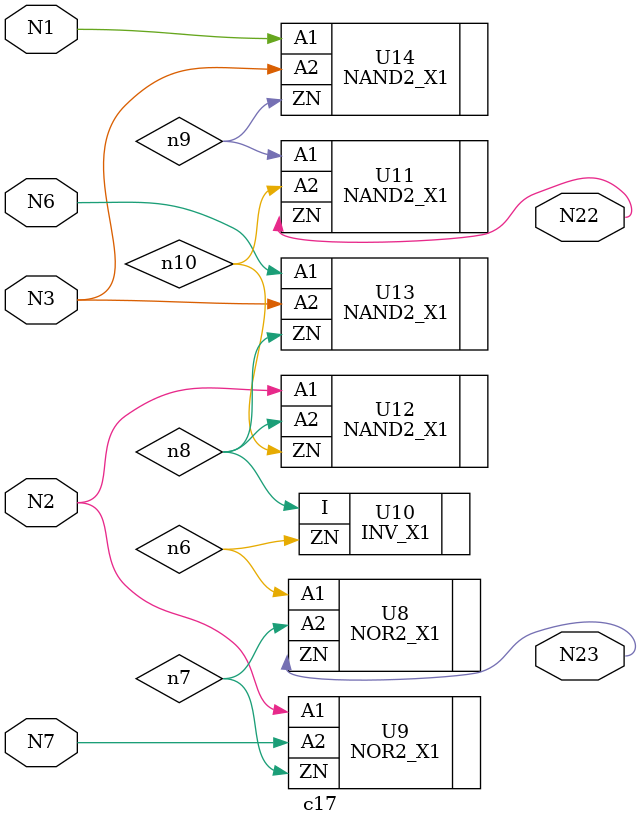
<source format=v>


module c17 ( N1, N2, N3, N6, N7, N22, N23 );
  input N1, N2, N3, N6, N7;
  output N22, N23;
  wire   n6, n7, n8, n9, n10;

  NOR2_X1 U8 ( .A1(n6), .A2(n7), .ZN(N23) );
  NOR2_X1 U9 ( .A1(N2), .A2(N7), .ZN(n7) );
  INV_X1 U10 ( .I(n8), .ZN(n6) );
  NAND2_X1 U11 ( .A1(n9), .A2(n10), .ZN(N22) );
  NAND2_X1 U12 ( .A1(N2), .A2(n8), .ZN(n10) );
  NAND2_X1 U13 ( .A1(N6), .A2(N3), .ZN(n8) );
  NAND2_X1 U14 ( .A1(N1), .A2(N3), .ZN(n9) );
endmodule


</source>
